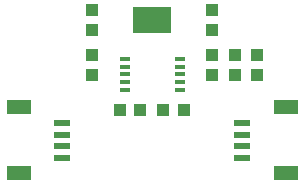
<source format=gtp>
G75*
%MOIN*%
%OFA0B0*%
%FSLAX25Y25*%
%IPPOS*%
%LPD*%
%AMOC8*
5,1,8,0,0,1.08239X$1,22.5*
%
%ADD10R,0.03937X0.04331*%
%ADD11R,0.13000X0.08800*%
%ADD12R,0.07874X0.04724*%
%ADD13R,0.05315X0.02362*%
%ADD14R,0.04331X0.03937*%
%ADD15R,0.03543X0.01496*%
D10*
X0193333Y0121654D03*
X0193333Y0128346D03*
X0193333Y0136654D03*
X0193333Y0143346D03*
X0233333Y0143346D03*
X0233333Y0136654D03*
X0233333Y0128346D03*
X0240833Y0128346D03*
X0248333Y0128346D03*
X0248333Y0121654D03*
X0240833Y0121654D03*
X0233333Y0121654D03*
D11*
X0213333Y0140000D03*
D12*
X0168865Y0088976D03*
X0168865Y0111024D03*
X0257802Y0111024D03*
X0257802Y0088976D03*
D13*
X0243333Y0094094D03*
X0243333Y0098031D03*
X0243333Y0101969D03*
X0243333Y0105906D03*
X0183333Y0105906D03*
X0183333Y0101969D03*
X0183333Y0098031D03*
X0183333Y0094094D03*
D14*
X0202487Y0110000D03*
X0209180Y0110000D03*
X0216987Y0110000D03*
X0223680Y0110000D03*
D15*
X0222487Y0116882D03*
X0222487Y0119441D03*
X0222487Y0122000D03*
X0222487Y0124559D03*
X0222487Y0127118D03*
X0204180Y0127118D03*
X0204180Y0124559D03*
X0204180Y0122000D03*
X0204180Y0119441D03*
X0204180Y0116882D03*
M02*

</source>
